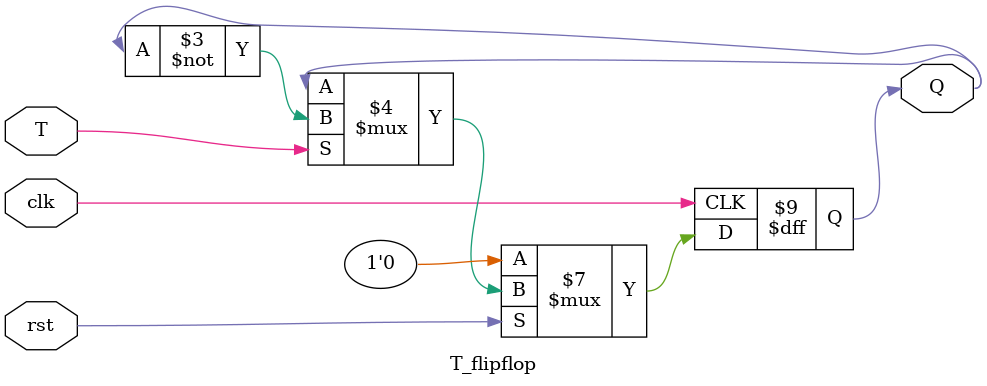
<source format=v>
`timescale 1ns / 1ps


module T_flipflop(
    input clk,
    input rst,
    input T,
    output reg Q
    );
    
    always @(negedge clk) begin
        if (!rst) begin
            Q <= 1'b0;
        end else if (T) begin
            Q <= ~Q;
        end
    end
    
endmodule

</source>
